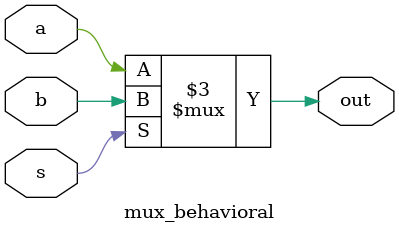
<source format=v>
`timescale 1ns / 1ps


module mux_behavioral(out, s, a, b);

    output reg out;
    input s, a, b;
    
    always @(*)begin
    if (s)
        out = b;
    else
        out = a;
    end
    
endmodule

</source>
